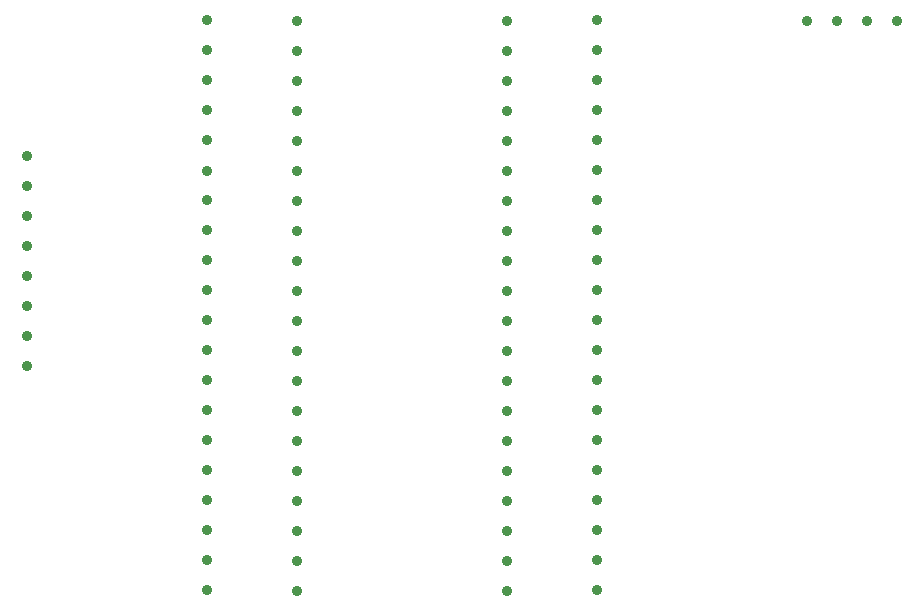
<source format=gbr>
G04 DesignSpark PCB Gerber Version 11.0 Build 5877*
%FSLAX35Y35*%
%MOIN*%
%ADD73C,0.03500*%
X0Y0D02*
D02*
D73*
X45250Y105250D03*
Y115250D03*
Y125250D03*
Y135250D03*
Y145250D03*
Y155250D03*
Y165250D03*
Y175250D03*
X105250Y30750D03*
Y40750D03*
Y50750D03*
Y60750D03*
Y70750D03*
Y80750D03*
Y90750D03*
Y100750D03*
Y110750D03*
Y120750D03*
Y130750D03*
Y140750D03*
Y150750D03*
Y160750D03*
Y170250D03*
Y180750D03*
Y190750D03*
Y200750D03*
Y210750D03*
Y220750D03*
X135250Y30250D03*
Y40250D03*
Y50250D03*
Y60250D03*
Y70250D03*
Y80250D03*
Y90250D03*
Y100250D03*
Y110250D03*
Y120250D03*
Y130250D03*
Y140250D03*
Y150250D03*
Y160250D03*
Y170250D03*
Y180250D03*
Y190250D03*
Y200250D03*
Y210250D03*
Y220250D03*
X205250Y30250D03*
Y40250D03*
Y50250D03*
Y60250D03*
Y70250D03*
Y80250D03*
Y90250D03*
Y100250D03*
Y110250D03*
Y120250D03*
Y130250D03*
Y140250D03*
Y150250D03*
Y160250D03*
Y170250D03*
Y180250D03*
Y190250D03*
Y200250D03*
Y210250D03*
Y220250D03*
X235250Y30750D03*
Y40750D03*
Y50750D03*
Y60750D03*
Y70750D03*
Y80750D03*
Y90750D03*
Y100750D03*
Y110750D03*
Y120750D03*
Y130750D03*
Y140750D03*
Y150750D03*
Y160750D03*
Y170750D03*
Y180750D03*
Y190750D03*
Y200750D03*
Y210750D03*
Y220750D03*
X305250Y220250D03*
X315250D03*
X325250D03*
X335250D03*
X0Y0D02*
M02*

</source>
